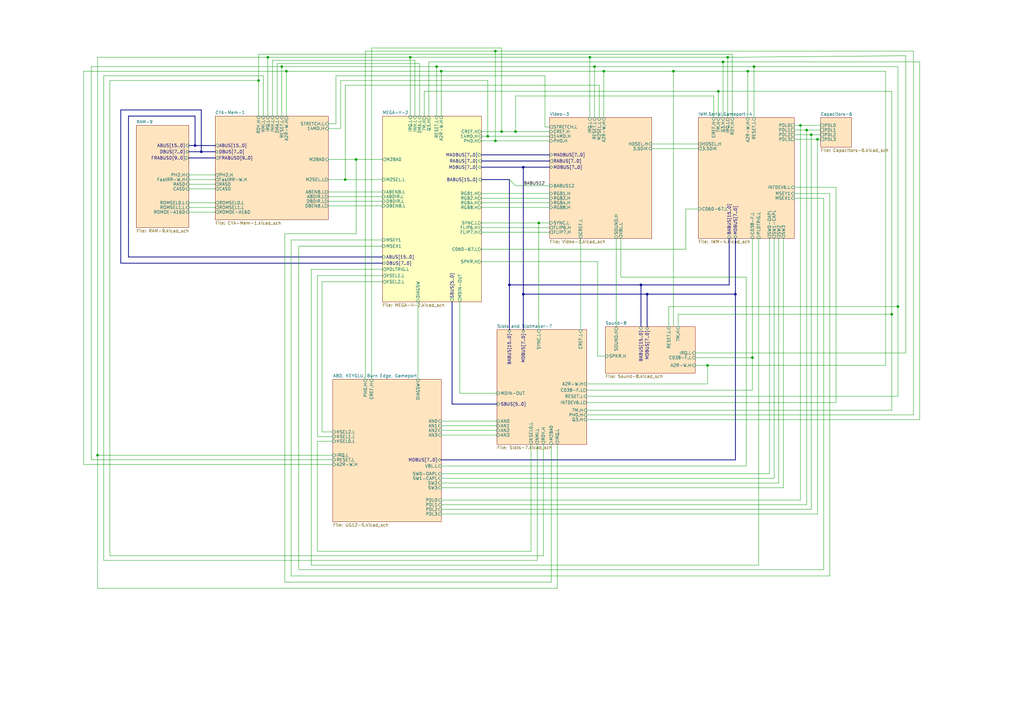
<source format=kicad_sch>
(kicad_sch (version 20230121) (generator eeschema)
  (paper "A3")
  (title_block (title "Apple IIgs ROM3 / 1 Mb") (date "2023-09-28") (rev "2b") (company "bald.ee/bitpreserve") (comment 2 "Redrawn by james@baldengineer"))
  (lib_symbols)
  (junction (at 106.045 33.02))
  (junction (at 214.63 68.58))
  (junction (at 203.2 57.785))
  (junction (at 365.76 128.905))
  (junction (at 40.005 186.69))
  (junction (at 109.855 23.495))
  (junction (at 265.43 120.65))
  (junction (at 247.65 29.21))
  (junction (at 262.89 116.84))
  (junction (at 168.275 23.495))
  (junction (at 241.935 23.495))
  (junction (at 298.45 23.495))
  (junction (at 211.455 53.975))
  (junction (at 214.63 120.65))
  (junction (at 309.245 27.305))
  (junction (at 330.835 53.34))
  (junction (at 203.2 20.955))
  (junction (at 243.84 27.305))
  (junction (at 294.64 37.465))
  (junction (at 328.295 51.435))
  (junction (at 146.05 65.405))
  (junction (at 276.225 29.21))
  (junction (at 335.28 57.15))
  (junction (at 308.61 146.685))
  (junction (at 306.705 29.21))
  (junction (at 290.195 149.86))
  (junction (at 179.07 27.305))
  (junction (at 80.01 59.69))
  (junction (at 220.98 91.44))
  (junction (at 208.915 116.84))
  (junction (at 117.475 29.21))
  (junction (at 115.57 27.305))
  (junction (at 200.025 55.88))
  (junction (at 296.545 25.4))
  (junction (at 141.605 73.66))
  (junction (at 368.3 125.73))
  (junction (at 82.55 62.23))
  (junction (at 301.625 120.65))
  (junction (at 205.74 53.975))
  (junction (at 332.74 55.245))
  (junction (at 180.975 29.21))
  (bus_entry (at 208.915 73.66) (size 2.54 2.54))
  (wire (pts (xy 300.355 22.225) (xy 106.045 22.225)))
  (bus (pts (xy 214.63 68.58) (xy 225.425 68.58)))
  (bus (pts (xy 49.53 107.95) (xy 49.53 45.085)))
  (wire (pts (xy 296.545 25.4) (xy 296.545 48.26)))
  (wire (pts (xy 309.245 27.305) (xy 368.3 27.305)))
  (wire (pts (xy 240.665 162.56) (xy 368.3 162.56)))
  (wire (pts (xy 267.335 60.96) (xy 286.385 60.96)))
  (wire (pts (xy 170.18 24.765) (xy 170.18 47.625)))
  (wire (pts (xy 365.76 37.465) (xy 294.64 37.465)))
  (wire (pts (xy 40.005 23.495) (xy 109.855 23.495)))
  (bus (pts (xy 82.55 62.23) (xy 88.265 62.23)))
  (wire (pts (xy 197.485 93.345) (xy 225.425 93.345)))
  (wire (pts (xy 228.6 241.3) (xy 228.6 182.245)))
  (wire (pts (xy 141.605 73.66) (xy 156.845 73.66)))
  (wire (pts (xy 238.125 97.79) (xy 238.125 135.255)))
  (bus (pts (xy 156.845 107.95) (xy 49.53 107.95)))
  (wire (pts (xy 274.32 125.73) (xy 368.3 125.73)))
  (bus (pts (xy 80.01 59.69) (xy 88.265 59.69)))
  (wire (pts (xy 179.07 27.305) (xy 243.84 27.305)))
  (wire (pts (xy 332.74 55.245) (xy 336.55 55.245)))
  (wire (pts (xy 319.405 198.12) (xy 180.975 198.12)))
  (wire (pts (xy 77.47 83.185) (xy 88.265 83.185)))
  (wire (pts (xy 337.82 81.28) (xy 337.82 233.68)))
  (wire (pts (xy 200.025 33.02) (xy 139.7 33.02)))
  (wire (pts (xy 278.13 128.905) (xy 365.76 128.905)))
  (bus (pts (xy 262.89 116.84) (xy 262.89 133.985)))
  (bus (pts (xy 77.47 62.23) (xy 82.55 62.23)))
  (wire (pts (xy 309.245 48.26) (xy 309.245 27.305)))
  (wire (pts (xy 217.805 226.06) (xy 130.175 226.06)))
  (wire (pts (xy 134.62 65.405) (xy 146.05 65.405)))
  (wire (pts (xy 180.975 178.435) (xy 203.835 178.435)))
  (bus (pts (xy 214.63 120.65) (xy 214.63 135.255)))
  (wire (pts (xy 325.755 55.245) (xy 332.74 55.245)))
  (wire (pts (xy 136.525 188.595) (xy 37.465 188.595)))
  (wire (pts (xy 328.295 51.435) (xy 336.55 51.435)))
  (bus (pts (xy 77.47 59.69) (xy 80.01 59.69)))
  (wire (pts (xy 211.455 39.37) (xy 211.455 53.975)))
  (wire (pts (xy 252.73 97.79) (xy 252.73 133.985)))
  (wire (pts (xy 241.935 23.495) (xy 298.45 23.495)))
  (wire (pts (xy 371.475 22.86) (xy 298.45 23.495)))
  (wire (pts (xy 203.2 57.785) (xy 225.425 57.785)))
  (wire (pts (xy 328.295 51.435) (xy 328.295 205.105)))
  (wire (pts (xy 171.45 123.825) (xy 171.45 155.575)))
  (wire (pts (xy 197.485 55.88) (xy 200.025 55.88)))
  (wire (pts (xy 122.555 233.68) (xy 122.555 100.965)))
  (wire (pts (xy 141.605 34.925) (xy 245.745 34.925)))
  (wire (pts (xy 197.485 79.375) (xy 225.425 79.375)))
  (wire (pts (xy 374.65 20.955) (xy 374.65 170.18)))
  (wire (pts (xy 116.84 95.885) (xy 146.05 95.885)))
  (wire (pts (xy 281.305 85.725) (xy 286.385 85.725)))
  (wire (pts (xy 294.64 37.465) (xy 173.99 37.465)))
  (wire (pts (xy 306.705 29.21) (xy 363.22 29.21)))
  (wire (pts (xy 325.755 76.835) (xy 342.9 76.835)))
  (wire (pts (xy 137.795 50.8) (xy 137.795 31.115)))
  (wire (pts (xy 342.9 76.835) (xy 342.9 165.1)))
  (wire (pts (xy 197.485 91.44) (xy 220.98 91.44)))
  (wire (pts (xy 77.47 85.09) (xy 88.265 85.09)))
  (wire (pts (xy 175.895 25.4) (xy 296.545 25.4)))
  (bus (pts (xy 214.63 120.65) (xy 265.43 120.65)))
  (wire (pts (xy 106.045 33.02) (xy 45.085 33.02)))
  (wire (pts (xy 311.15 97.79) (xy 311.15 231.775)))
  (wire (pts (xy 220.98 91.44) (xy 220.98 135.255)))
  (wire (pts (xy 106.045 22.225) (xy 106.045 33.02)))
  (wire (pts (xy 325.755 51.435) (xy 328.295 51.435)))
  (wire (pts (xy 363.22 29.21) (xy 363.22 149.86)))
  (wire (pts (xy 156.845 110.49) (xy 127.635 110.49)))
  (wire (pts (xy 226.06 238.76) (xy 116.84 238.76)))
  (wire (pts (xy 45.085 33.02) (xy 45.085 227.965)))
  (wire (pts (xy 180.975 29.21) (xy 180.975 47.625)))
  (wire (pts (xy 340.36 236.22) (xy 340.36 79.375)))
  (wire (pts (xy 37.465 27.305) (xy 115.57 27.305)))
  (wire (pts (xy 203.2 20.955) (xy 374.65 20.955)))
  (wire (pts (xy 217.805 182.245) (xy 217.805 226.06)))
  (wire (pts (xy 132.08 177.165) (xy 136.525 177.165)))
  (wire (pts (xy 34.29 190.5) (xy 136.525 190.5)))
  (wire (pts (xy 325.755 81.28) (xy 337.82 81.28)))
  (wire (pts (xy 156.845 115.57) (xy 132.08 115.57)))
  (wire (pts (xy 156.845 98.425) (xy 119.38 98.425)))
  (wire (pts (xy 130.175 180.975) (xy 136.525 180.975)))
  (wire (pts (xy 308.61 97.79) (xy 308.61 146.685)))
  (wire (pts (xy 141.605 34.925) (xy 141.605 73.66)))
  (wire (pts (xy 180.975 200.025) (xy 321.31 200.025)))
  (wire (pts (xy 197.485 102.235) (xy 281.305 102.235)))
  (wire (pts (xy 365.76 128.905) (xy 365.76 37.465)))
  (bus (pts (xy 265.43 120.65) (xy 265.43 133.985)))
  (wire (pts (xy 180.975 191.135) (xy 306.07 191.135)))
  (wire (pts (xy 139.7 33.02) (xy 139.7 52.705)))
  (wire (pts (xy 300.355 48.26) (xy 300.355 22.225)))
  (wire (pts (xy 321.31 200.025) (xy 321.31 97.79)))
  (wire (pts (xy 220.98 91.44) (xy 225.425 91.44)))
  (wire (pts (xy 40.005 241.3) (xy 228.6 241.3)))
  (wire (pts (xy 117.475 29.21) (xy 117.475 47.625)))
  (wire (pts (xy 276.225 29.21) (xy 306.705 29.21)))
  (wire (pts (xy 134.62 50.8) (xy 137.795 50.8)))
  (wire (pts (xy 240.665 168.275) (xy 365.76 168.275)))
  (bus (pts (xy 301.625 188.595) (xy 301.625 120.65)))
  (wire (pts (xy 245.11 107.315) (xy 245.11 146.05)))
  (wire (pts (xy 180.975 176.53) (xy 203.835 176.53)))
  (wire (pts (xy 276.225 29.21) (xy 276.225 133.985)))
  (wire (pts (xy 290.195 157.48) (xy 290.195 149.86)))
  (wire (pts (xy 315.595 194.31) (xy 180.975 194.31)))
  (wire (pts (xy 205.74 19.685) (xy 205.74 53.975)))
  (wire (pts (xy 115.57 27.305) (xy 179.07 27.305)))
  (wire (pts (xy 34.29 29.21) (xy 34.29 190.5)))
  (wire (pts (xy 267.335 59.055) (xy 286.385 59.055)))
  (wire (pts (xy 77.47 86.995) (xy 88.265 86.995)))
  (wire (pts (xy 368.3 125.73) (xy 368.3 162.56)))
  (bus (pts (xy 49.53 45.085) (xy 82.55 45.085)))
  (wire (pts (xy 197.485 57.785) (xy 203.2 57.785)))
  (wire (pts (xy 226.06 182.245) (xy 226.06 238.76)))
  (wire (pts (xy 136.525 186.69) (xy 40.005 186.69)))
  (wire (pts (xy 285.115 146.685) (xy 308.61 146.685)))
  (wire (pts (xy 294.64 37.465) (xy 294.64 48.26)))
  (wire (pts (xy 203.2 20.955) (xy 203.2 57.785)))
  (wire (pts (xy 200.025 55.88) (xy 200.025 33.02)))
  (wire (pts (xy 240.665 160.02) (xy 308.61 160.02)))
  (wire (pts (xy 335.28 57.15) (xy 335.28 210.82)))
  (wire (pts (xy 116.84 238.76) (xy 116.84 95.885)))
  (wire (pts (xy 172.085 26.035) (xy 172.085 47.625)))
  (wire (pts (xy 197.485 53.975) (xy 205.74 53.975)))
  (wire (pts (xy 119.38 98.425) (xy 119.38 236.22)))
  (wire (pts (xy 168.275 47.625) (xy 168.275 23.495)))
  (wire (pts (xy 77.47 71.755) (xy 88.265 71.755)))
  (wire (pts (xy 211.455 53.975) (xy 225.425 53.975)))
  (bus (pts (xy 262.89 116.84) (xy 299.085 116.84)))
  (wire (pts (xy 371.475 22.86) (xy 371.475 144.78)))
  (bus (pts (xy 52.705 105.41) (xy 52.705 47.625)))
  (wire (pts (xy 365.76 168.275) (xy 365.76 128.905)))
  (wire (pts (xy 188.595 123.825) (xy 188.595 161.29)))
  (wire (pts (xy 240.665 157.48) (xy 290.195 157.48)))
  (wire (pts (xy 243.84 27.305) (xy 243.84 48.26)))
  (wire (pts (xy 106.045 47.625) (xy 106.045 33.02)))
  (wire (pts (xy 197.485 95.25) (xy 225.425 95.25)))
  (wire (pts (xy 317.5 196.215) (xy 317.5 97.79)))
  (bus (pts (xy 77.47 64.77) (xy 88.265 64.77)))
  (bus (pts (xy 156.845 105.41) (xy 52.705 105.41)))
  (wire (pts (xy 111.76 47.625) (xy 111.76 24.765)))
  (wire (pts (xy 285.115 144.78) (xy 371.475 144.78)))
  (wire (pts (xy 240.665 172.085) (xy 377.19 172.085)))
  (wire (pts (xy 130.175 226.06) (xy 130.175 180.975)))
  (bus (pts (xy 185.42 123.825) (xy 185.42 165.735)))
  (wire (pts (xy 117.475 29.21) (xy 34.29 29.21)))
  (wire (pts (xy 134.62 82.55) (xy 156.845 82.55)))
  (wire (pts (xy 240.665 170.18) (xy 374.65 170.18)))
  (wire (pts (xy 107.95 47.625) (xy 107.95 31.115)))
  (wire (pts (xy 197.485 83.185) (xy 225.425 83.185)))
  (wire (pts (xy 197.485 81.28) (xy 225.425 81.28)))
  (wire (pts (xy 180.975 174.625) (xy 203.835 174.625)))
  (wire (pts (xy 130.175 179.07) (xy 136.525 179.07)))
  (wire (pts (xy 211.455 76.2) (xy 225.425 76.2)))
  (wire (pts (xy 290.195 149.86) (xy 285.115 149.86)))
  (bus (pts (xy 208.915 116.84) (xy 262.89 116.84)))
  (wire (pts (xy 335.28 57.15) (xy 336.55 57.15)))
  (wire (pts (xy 156.845 113.03) (xy 130.175 113.03)))
  (bus (pts (xy 203.835 165.735) (xy 185.42 165.735)))
  (wire (pts (xy 330.835 53.34) (xy 336.55 53.34)))
  (wire (pts (xy 245.745 48.26) (xy 245.745 34.925)))
  (wire (pts (xy 113.665 47.625) (xy 113.665 26.035)))
  (wire (pts (xy 197.485 107.315) (xy 245.11 107.315)))
  (wire (pts (xy 337.82 233.68) (xy 122.555 233.68)))
  (wire (pts (xy 241.935 23.495) (xy 241.935 48.26)))
  (wire (pts (xy 205.74 53.975) (xy 211.455 53.975)))
  (wire (pts (xy 363.22 149.86) (xy 290.195 149.86)))
  (wire (pts (xy 179.07 27.305) (xy 179.07 47.625)))
  (wire (pts (xy 134.62 52.705) (xy 139.7 52.705)))
  (wire (pts (xy 292.735 39.37) (xy 211.455 39.37)))
  (wire (pts (xy 180.975 172.72) (xy 203.835 172.72)))
  (wire (pts (xy 306.705 29.21) (xy 306.705 48.26)))
  (wire (pts (xy 45.085 227.965) (xy 222.885 227.965)))
  (wire (pts (xy 222.885 227.965) (xy 222.885 182.245)))
  (wire (pts (xy 292.735 48.26) (xy 292.735 39.37)))
  (wire (pts (xy 296.545 25.4) (xy 377.19 25.4)))
  (wire (pts (xy 274.32 133.985) (xy 274.32 125.73)))
  (wire (pts (xy 122.555 100.965) (xy 156.845 100.965)))
  (wire (pts (xy 77.47 75.565) (xy 88.265 75.565)))
  (wire (pts (xy 220.345 229.87) (xy 42.545 229.87)))
  (bus (pts (xy 214.63 120.65) (xy 214.63 68.58)))
  (wire (pts (xy 173.99 37.465) (xy 173.99 47.625)))
  (wire (pts (xy 220.345 182.245) (xy 220.345 229.87)))
  (wire (pts (xy 132.08 115.57) (xy 132.08 177.165)))
  (wire (pts (xy 40.005 186.69) (xy 40.005 23.495)))
  (wire (pts (xy 137.795 31.115) (xy 223.52 31.115)))
  (wire (pts (xy 119.38 236.22) (xy 340.36 236.22)))
  (bus (pts (xy 208.915 116.84) (xy 208.915 135.255)))
  (wire (pts (xy 134.62 84.455) (xy 156.845 84.455)))
  (wire (pts (xy 113.665 26.035) (xy 172.085 26.035)))
  (wire (pts (xy 42.545 229.87) (xy 42.545 31.115)))
  (wire (pts (xy 306.07 191.135) (xy 306.07 113.665)))
  (wire (pts (xy 298.45 23.495) (xy 298.45 48.26)))
  (wire (pts (xy 254.635 113.665) (xy 254.635 97.79)))
  (wire (pts (xy 330.835 53.34) (xy 330.835 207.01)))
  (bus (pts (xy 197.485 63.5) (xy 225.425 63.5)))
  (wire (pts (xy 152.4 155.575) (xy 152.4 19.685)))
  (bus (pts (xy 180.975 188.595) (xy 301.625 188.595)))
  (wire (pts (xy 152.4 19.685) (xy 205.74 19.685)))
  (bus (pts (xy 197.485 68.58) (xy 214.63 68.58)))
  (wire (pts (xy 319.405 97.79) (xy 319.405 198.12)))
  (wire (pts (xy 149.86 20.955) (xy 149.86 155.575)))
  (wire (pts (xy 180.975 205.105) (xy 328.295 205.105)))
  (wire (pts (xy 332.74 55.245) (xy 332.74 208.915)))
  (bus (pts (xy 80.01 47.625) (xy 80.01 59.69)))
  (wire (pts (xy 308.61 146.685) (xy 308.61 160.02)))
  (wire (pts (xy 245.11 146.05) (xy 248.285 146.05)))
  (wire (pts (xy 340.36 79.375) (xy 325.755 79.375)))
  (bus (pts (xy 197.485 66.04) (xy 225.425 66.04)))
  (wire (pts (xy 115.57 47.625) (xy 115.57 27.305)))
  (wire (pts (xy 309.245 27.305) (xy 243.84 27.305)))
  (wire (pts (xy 197.485 85.09) (xy 225.425 85.09)))
  (wire (pts (xy 42.545 31.115) (xy 107.95 31.115)))
  (wire (pts (xy 368.3 27.305) (xy 368.3 125.73)))
  (wire (pts (xy 117.475 29.21) (xy 180.975 29.21)))
  (wire (pts (xy 37.465 188.595) (xy 37.465 27.305)))
  (bus (pts (xy 301.625 97.79) (xy 301.625 120.65)))
  (bus (pts (xy 208.915 73.66) (xy 208.915 116.84)))
  (wire (pts (xy 240.665 165.1) (xy 342.9 165.1)))
  (wire (pts (xy 377.19 25.4) (xy 377.19 172.085)))
  (wire (pts (xy 223.52 52.07) (xy 225.425 52.07)))
  (wire (pts (xy 77.47 77.47) (xy 88.265 77.47)))
  (wire (pts (xy 281.305 102.235) (xy 281.305 85.725)))
  (wire (pts (xy 134.62 78.74) (xy 156.845 78.74)))
  (wire (pts (xy 180.975 207.01) (xy 330.835 207.01)))
  (wire (pts (xy 203.835 161.29) (xy 188.595 161.29)))
  (wire (pts (xy 278.13 128.905) (xy 278.13 133.985)))
  (wire (pts (xy 335.28 210.82) (xy 180.975 210.82)))
  (bus (pts (xy 265.43 120.65) (xy 301.625 120.65)))
  (wire (pts (xy 180.975 29.21) (xy 247.65 29.21)))
  (wire (pts (xy 134.62 80.645) (xy 156.845 80.645)))
  (wire (pts (xy 109.855 23.495) (xy 109.855 47.625)))
  (wire (pts (xy 315.595 97.79) (xy 315.595 194.31)))
  (wire (pts (xy 134.62 73.66) (xy 141.605 73.66)))
  (wire (pts (xy 127.635 110.49) (xy 127.635 231.775)))
  (bus (pts (xy 52.705 47.625) (xy 80.01 47.625)))
  (wire (pts (xy 168.275 23.495) (xy 241.935 23.495)))
  (wire (pts (xy 223.52 31.115) (xy 223.52 52.07)))
  (wire (pts (xy 247.65 29.21) (xy 276.225 29.21)))
  (wire (pts (xy 127.635 231.775) (xy 311.15 231.775)))
  (wire (pts (xy 130.175 113.03) (xy 130.175 179.07)))
  (wire (pts (xy 40.005 186.69) (xy 40.005 241.3)))
  (wire (pts (xy 247.65 29.21) (xy 247.65 48.26)))
  (wire (pts (xy 111.76 24.765) (xy 170.18 24.765)))
  (wire (pts (xy 180.975 208.915) (xy 332.74 208.915)))
  (wire (pts (xy 149.86 20.955) (xy 203.2 20.955)))
  (wire (pts (xy 325.755 57.15) (xy 335.28 57.15)))
  (wire (pts (xy 200.025 55.88) (xy 225.425 55.88)))
  (bus (pts (xy 197.485 73.66) (xy 208.915 73.66)))
  (wire (pts (xy 146.05 65.405) (xy 156.845 65.405)))
  (wire (pts (xy 175.895 47.625) (xy 175.895 25.4)))
  (wire (pts (xy 77.47 73.66) (xy 88.265 73.66)))
  (wire (pts (xy 180.975 196.215) (xy 317.5 196.215)))
  (wire (pts (xy 168.275 23.495) (xy 109.855 23.495)))
  (wire (pts (xy 325.755 53.34) (xy 330.835 53.34)))
  (bus (pts (xy 299.085 116.84) (xy 299.085 97.79)))
  (bus (pts (xy 82.55 45.085) (xy 82.55 62.23)))
  (wire (pts (xy 306.07 113.665) (xy 254.635 113.665)))
  (wire (pts (xy 146.05 95.885) (xy 146.05 65.405)))
  (label "BABUS12" (at 223.52 76.2 180))
  (sheet (at 88.265 47.625) (size 46.355 42.545) (fill (color 255 229 191 1.0000))
    (property "Sheetname" "CYA-Mem-1" (at 88.265 46.9134 0) (effects (justify left bottom)))
    (property "Sheetfile" "CYA-Mem-1.kicad_sch" (at 88.265 90.7546 0) (effects (justify left top)))
    (pin "PH2.H" output (at 88.265 71.755 180))
    (pin "NMI.L" input (at 107.95 47.625 90))
    (pin "RDY.H" input (at 106.045 47.625 90))
    (pin "RESET.L" input (at 115.57 47.625 90))
    (pin "IRQ.L" input (at 109.855 47.625 90))
    (pin "M2BA0" input (at 134.62 65.405 0))
    (pin "14MD.H" input (at 134.62 52.705 0))
    (pin "STRETCH.L" input (at 134.62 50.8 0))
    (pin "ABENB.L" output (at 134.62 78.74 0))
    (pin "ABDIR.L" output (at 134.62 80.645 0))
    (pin "DMA.L" input (at 113.665 47.625 90))
    (pin "DBENB.L" output (at 134.62 84.455 0))
    (pin "M2SEL.L" output (at 134.62 73.66 0))
    (pin "ROMSEL0.L" output (at 88.265 83.185 180))
    (pin "A2R-W.H" output (at 117.475 47.625 90))
    (pin "DBDIR.L" output (at 134.62 82.55 0))
    (pin "ROMSEL1.L" output (at 88.265 85.09 180))
    (pin "ROMOE-A16D" output (at 88.265 86.995 180))
    (pin "RASD" output (at 88.265 75.565 180))
    (pin "CASD" output (at 88.265 77.47 180))
    (pin "FastRR-W.H" output (at 88.265 73.66 180))
    (pin "ABUS[15..0]" output (at 88.265 59.69 180))
    (pin "FRABUSD[9..0]" output (at 88.265 64.77 180))
    (pin "DBUS[7..0]" bidirectional (at 88.265 62.23 180))
    (pin "INH.L" input (at 111.76 47.625 90))
  )
  (sheet (at 156.845 47.625) (size 40.64 76.2) (fill (color 255 255 194 1.0000))
    (property "Sheetname" "MEGA-II-2" (at 156.845 46.9134 0) (effects (justify left bottom)))
    (property "Sheetfile" "MEGA-II-2.kicad_sch" (at 156.845 124.4096 0) (effects (justify left top)))
    (pin "MSEX1" input (at 156.845 100.965 180))
    (pin "MSEY1" input (at 156.845 98.425 180))
    (pin "DIAGSW" input (at 171.45 123.825 270))
    (pin "RESET.L" input (at 179.07 47.625 90))
    (pin "DMA.L" input (at 172.085 47.625 90))
    (pin "M2SEL.L" input (at 156.845 73.66 180))
    (pin "INH.L" input (at 170.18 47.625 90))
    (pin "A2R-W.H" input (at 180.975 47.625 90))
    (pin "ABDIR.L" input (at 156.845 80.645 180))
    (pin "ABENB.L" input (at 156.845 78.74 180))
    (pin "DBDIR.L" input (at 156.845 82.55 180))
    (pin "DBENB.L" input (at 156.845 84.455 180))
    (pin "RABUS[7..0]" input (at 197.485 66.04 0))
    (pin "FLIP6.H" input (at 197.485 93.345 0))
    (pin "FLIP7.H" input (at 197.485 95.25 0))
    (pin "KSEL1.L" output (at 156.845 113.03 180))
    (pin "KSEL2.L" output (at 156.845 115.57 180))
    (pin "IRQ.L" input (at 168.275 47.625 90))
    (pin "ABUS[15..0]" input (at 156.845 105.41 180))
    (pin "DBUS[7..0]" bidirectional (at 156.845 107.95 180))
    (pin "7M.H" output (at 173.99 47.625 90))
    (pin "PH0.H" output (at 197.485 57.785 0))
    (pin "Q3.H" output (at 175.895 47.625 90))
    (pin "MDIN-OUT" output (at 188.595 123.825 270))
    (pin "PDLTRIG.L" output (at 156.845 110.49 180))
    (pin "C060-67.L" output (at 197.485 102.235 0))
    (pin "SPKR.H" output (at 197.485 107.315 0))
    (pin "RGB2.H" output (at 197.485 81.28 0))
    (pin "RGB1.H" output (at 197.485 79.375 0))
    (pin "RGB8.H" output (at 197.485 85.09 0))
    (pin "RGB4.H" output (at 197.485 83.185 0))
    (pin "MADBUS[7..0]" output (at 197.485 63.5 0))
    (pin "MDBUS[7..0]" bidirectional (at 197.485 68.58 0))
    (pin "SBUS[5..0]" output (at 185.42 123.825 270))
    (pin "BABUS[15..0]" input (at 197.485 73.66 0))
    (pin "SYNC.L" output (at 197.485 91.44 0))
    (pin "14MD.H" input (at 197.485 55.88 0))
    (pin "CREF.H" output (at 197.485 53.975 0))
    (pin "M2BA0" output (at 156.845 65.405 180))
  )
  (sheet (at 225.425 48.26) (size 41.91 49.53) (fill (color 255 229 191 1.0000))
    (property "Sheetname" "Video-3" (at 225.425 47.5484 0) (effects (justify left bottom)))
    (property "Sheetfile" "Video-3.kicad_sch" (at 225.425 98.3746 0) (effects (justify left top)))
    (pin "CREF.H" input (at 225.425 53.975 180))
    (pin "CREF.L" output (at 238.125 97.79 270))
    (pin "PH0.H" input (at 225.425 57.785 180))
    (pin "HDSEL.H" input (at 267.335 59.055 0))
    (pin "RESET.L" input (at 243.84 48.26 90))
    (pin "RGB2.H" input (at 225.425 81.28 180))
    (pin "RGB8.H" input (at 225.425 85.09 180))
    (pin "M2SEL.L" input (at 245.745 48.26 90))
    (pin "RGB4.H" input (at 225.425 83.185 180))
    (pin "A2R-W.H" input (at 247.65 48.26 90))
    (pin "FLIP7.H" output (at 225.425 95.25 180))
    (pin "FLIP6.H" output (at 225.425 93.345 180))
    (pin "RGB1.H" input (at 225.425 79.375 180))
    (pin "3.5DIK" input (at 267.335 60.96 0))
    (pin "MDBUS[7..0]" bidirectional (at 225.425 68.58 180))
    (pin "RABUS[7..0]" output (at 225.425 66.04 180))
    (pin "SYNC.L" input (at 225.425 91.44 180))
    (pin "14MD.H" output (at 225.425 55.88 180))
    (pin "MADBUS[7..0]" input (at 225.425 63.5 180))
    (pin "VBL.L" output (at 254.635 97.79 270))
    (pin "SOUND.H" input (at 252.73 97.79 270))
    (pin "BABUS12" input (at 225.425 76.2 180))
    (pin "STRETCH.L" output (at 225.425 52.07 180))
    (pin "IRQ.L" input (at 241.935 48.26 90))
  )
  (sheet (at 286.385 48.26) (size 39.37 49.53) (fill (color 255 229 191 1.0000))
    (property "Sheetname" "IWM,Serial,Gameport-4" (at 286.385 47.5484 0) (effects (justify left bottom)))
    (property "Sheetfile" "IWM-4.kicad_sch" (at 286.385 98.3746 0) (effects (justify left top)))
    (pin "CREF.H" input (at 292.735 48.26 90))
    (pin "PLDTRIG.L" input (at 311.15 97.79 270))
    (pin "PDL1" passive (at 325.755 53.34 0))
    (pin "PDL3" passive (at 325.755 57.15 0))
    (pin "PDL0" passive (at 325.755 51.435 0))
    (pin "PDL2" passive (at 325.755 55.245 0))
    (pin "C060-67.L" input (at 286.385 85.725 180))
    (pin "MSEX1" input (at 325.755 81.28 0))
    (pin "MSEY1" input (at 325.755 79.375 0))
    (pin "A2R-W.H" input (at 306.705 48.26 90))
    (pin "C038-F.L" input (at 308.61 97.79 270))
    (pin "RESET.L" input (at 309.245 48.26 90))
    (pin "RDY.H" input (at 300.355 48.26 90))
    (pin "IRQ.L" output (at 298.45 48.26 90))
    (pin "3.5DIK" output (at 286.385 60.96 180))
    (pin "HDSEL.H" output (at 286.385 59.055 180))
    (pin "Q3.H" input (at 296.545 48.26 90))
    (pin "7M.H" input (at 294.64 48.26 90))
    (pin "INTDEV6.L" input (at 325.755 76.835 0))
    (pin "SW2" output (at 319.405 97.79 270))
    (pin "SW1-CAPL" output (at 317.5 97.79 270))
    (pin "SW0-OAPL" output (at 315.595 97.79 270))
    (pin "MDBUS[7..0]" bidirectional (at 301.625 97.79 270))
    (pin "BABUS[15..0]" input (at 299.085 97.79 270))
    (pin "SW3" output (at 321.31 97.79 270))
  )
  (sheet (at 136.525 155.575) (size 44.45 58.42) (fill (color 255 229 191 1.0000))
    (property "Sheetname" "ABD, KEYGLU, Burn Edge, Gameport" (at 136.525 154.8634 0) (effects (justify left bottom)))
    (property "Sheetfile" "UG12-5.kicad_sch" (at 136.525 214.5796 0) (effects (justify left top)))
    (pin "PDL0" input (at 180.975 205.105 0))
    (pin "PDL2" input (at 180.975 208.915 0))
    (pin "SW2" input (at 180.975 198.12 0))
    (pin "SW0-OAPL" input (at 180.975 194.31 0))
    (pin "SW1-CAPL" input (at 180.975 196.215 0))
    (pin "SW3" input (at 180.975 200.025 0))
    (pin "AN2" input (at 180.975 176.53 0))
    (pin "AN0" input (at 180.975 172.72 0))
    (pin "AN3" input (at 180.975 178.435 0))
    (pin "AN1" input (at 180.975 174.625 0))
    (pin "PDL1" input (at 180.975 207.01 0))
    (pin "PDL3" input (at 180.975 210.82 0))
    (pin "CREF.H" input (at 152.4 155.575 90))
    (pin "KSEL1.L" input (at 136.525 179.07 180))
    (pin "KSEL0.L" input (at 136.525 180.975 180))
    (pin "KSEL2.L" input (at 136.525 177.165 180))
    (pin "VBL.L" input (at 180.975 191.135 0))
    (pin "RESET.L" input (at 136.525 188.595 180))
    (pin "A2R-W.H" input (at 136.525 190.5 180))
    (pin "PH0.H" input (at 149.86 155.575 90))
    (pin "IRQ.L" input (at 136.525 186.69 180))
    (pin "MDBUS[7..0]" bidirectional (at 180.975 188.595 0))
    (pin "DIAGSW" input (at 171.45 155.575 90))
  )
  (sheet (at 336.55 48.26) (size 12.7 12.065) (fill (color 255 229 191 1.0000))
    (property "Sheetname" "Capacitors-6" (at 336.55 47.5484 0) (effects (justify left bottom)))
    (property "Sheetfile" "Capacitors-6.kicad_sch" (at 336.55 60.9096 0) (effects (justify left top)))
    (pin "PDL2" passive (at 336.55 55.245 180))
    (pin "PDL0" passive (at 336.55 51.435 180))
    (pin "PDL1" passive (at 336.55 53.34 180))
    (pin "PDL3" passive (at 336.55 57.15 180))
  )
  (sheet (at 203.835 135.255) (size 36.83 46.99) (fill (color 255 229 191 1.0000))
    (property "Sheetname" "Slots and Slotmaker-7" (at 203.835 134.5434 0) (effects (justify left bottom)))
    (property "Sheetfile" "Slots-7.kicad_sch" (at 203.835 182.8296 0) (effects (justify left top)))
    (pin "RDY.H" output (at 222.885 182.245 270))
    (pin "NMI.L" output (at 220.345 182.245 270))
    (pin "AN1" input (at 203.835 174.625 180))
    (pin "AN0" input (at 203.835 172.72 180))
    (pin "AN3" input (at 203.835 178.435 180))
    (pin "AN2" input (at 203.835 176.53 180))
    (pin "INTDEV6.L" output (at 240.665 165.1 0))
    (pin "KSEL0.L" output (at 217.805 182.245 270))
    (pin "C038-F.L" output (at 240.665 160.02 0))
    (pin "MDIN-OUT" input (at 203.835 161.29 180))
    (pin "M2BA0" input (at 226.06 182.245 270))
    (pin "A2R-W.H" input (at 240.665 157.48 0))
    (pin "7M.H" input (at 240.665 168.275 0))
    (pin "RESET.L" input (at 240.665 162.56 0))
    (pin "Q3.H" input (at 240.665 172.085 0))
    (pin "PH0.H" input (at 240.665 170.18 0))
    (pin "BABUS[15..0]" bidirectional (at 208.915 135.255 90))
    (pin "SBUS[5..0]" input (at 203.835 165.735 180))
    (pin "MDBUS[7..0]" bidirectional (at 214.63 135.255 90))
    (pin "SYNC.L" input (at 220.98 135.255 90))
    (pin "CREF.L" input (at 238.125 135.255 90))
    (pin "IRQ.L" output (at 228.6 182.245 270))
  )
  (sheet (at 248.285 133.985) (size 36.83 19.05) (fill (color 255 229 191 1.0000))
    (property "Sheetname" "Sound-8" (at 248.285 133.2734 0) (effects (justify left bottom)))
    (property "Sheetfile" "Sound-8.kicad_sch" (at 248.285 153.6196 0) (effects (justify left top)))
    (pin "SPKR.H" input (at 248.285 146.05 180))
    (pin "SOUND.H" output (at 252.73 133.985 90))
    (pin "7M.H" input (at 278.13 133.985 90))
    (pin "RESET.L" input (at 274.32 133.985 90))
    (pin "A2R-W.H" input (at 285.115 149.86 0))
    (pin "C038-F.L" input (at 285.115 146.685 0))
    (pin "IRQ.L" input (at 285.115 144.78 0))
    (pin "MDBUS[7..0]" bidirectional (at 265.43 133.985 90))
    (pin "BABUS[15..0]" input (at 262.89 133.985 90))
  )
  (sheet (at 55.88 51.435) (size 21.59 41.91) (fill (color 255 229 191 1.0000))
    (property "Sheetname" "RAM-9" (at 55.88 50.7234 0) (effects (justify left bottom)))
    (property "Sheetfile" "RAM-9.kicad_sch" (at 55.88 93.9296 0) (effects (justify left top)))
    (pin "FastRR-W.H" input (at 77.47 73.66 0))
    (pin "FRABUSD[9..0]" output (at 77.47 64.77 0))
    (pin "RASD" input (at 77.47 75.565 0))
    (pin "CASD" input (at 77.47 77.47 0))
    (pin "DBUS[7..0]" bidirectional (at 77.47 62.23 0))
    (pin "PH2.H" input (at 77.47 71.755 0))
    (pin "ROMSEL1.L" input (at 77.47 85.09 0))
    (pin "ROMSEL0.L" input (at 77.47 83.185 0))
    (pin "ROMOE-A16D" input (at 77.47 86.995 0))
    (pin "ABUS[15..0]" input (at 77.47 59.69 0))
  )
)
</source>
